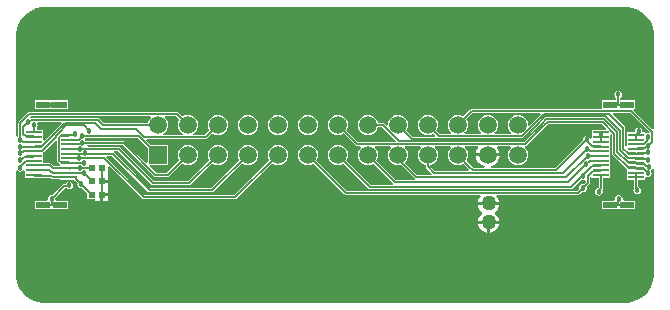
<source format=gtl>
G04*
G04 #@! TF.GenerationSoftware,Altium Limited,Altium Designer,21.6.1 (37)*
G04*
G04 Layer_Physical_Order=1*
G04 Layer_Color=255*
%FSLAX25Y25*%
%MOIN*%
G70*
G04*
G04 #@! TF.SameCoordinates,094AEC64-6FA2-4D50-AE7A-0E8442ED52D6*
G04*
G04*
G04 #@! TF.FilePolarity,Positive*
G04*
G01*
G75*
%ADD13R,0.04724X0.01968*%
%ADD14R,0.05315X0.00984*%
%ADD15R,0.02362X0.02165*%
%ADD21C,0.00500*%
%ADD22C,0.01000*%
%ADD23R,0.05906X0.05906*%
%ADD24C,0.05906*%
%ADD25C,0.01800*%
%ADD26C,0.05000*%
G36*
X296151Y127688D02*
X297940Y127012D01*
X299557Y125991D01*
X300937Y124667D01*
X302025Y123093D01*
X302775Y121334D01*
X303158Y119460D01*
Y118504D01*
Y87463D01*
X302658Y87256D01*
X296325Y93588D01*
X296533Y94088D01*
X296857D01*
Y96857D01*
X292001D01*
Y97784D01*
X292207Y97921D01*
X292494Y98351D01*
X292595Y98858D01*
X292494Y99366D01*
X292207Y99796D01*
X291777Y100083D01*
X291270Y100184D01*
X290763Y100083D01*
X290333Y99796D01*
X290045Y99366D01*
X289944Y98858D01*
X290045Y98351D01*
X290333Y97921D01*
X290676Y97692D01*
Y96857D01*
X285821D01*
X285821Y94088D01*
X285346Y94026D01*
X242419D01*
X242165Y93976D01*
X241950Y93832D01*
X239656Y91538D01*
X239486Y91669D01*
X238670Y92007D01*
X237795Y92122D01*
X236920Y92007D01*
X236104Y91669D01*
X235404Y91131D01*
X234867Y90431D01*
X234529Y89615D01*
X234414Y88740D01*
X234529Y87865D01*
X234867Y87049D01*
X235404Y86349D01*
X235591Y86206D01*
X235421Y85706D01*
X231767D01*
X230593Y86879D01*
X230724Y87049D01*
X231062Y87865D01*
X231177Y88740D01*
X231062Y89615D01*
X230724Y90431D01*
X230187Y91131D01*
X229486Y91669D01*
X228671Y92007D01*
X227795Y92122D01*
X226920Y92007D01*
X226104Y91669D01*
X225404Y91131D01*
X224867Y90431D01*
X224529Y89615D01*
X224414Y88740D01*
X224529Y87865D01*
X224867Y87049D01*
X225404Y86349D01*
X226104Y85812D01*
X226920Y85474D01*
X227795Y85359D01*
X228671Y85474D01*
X229486Y85812D01*
X229656Y85942D01*
X230331Y85268D01*
X230139Y84806D01*
X222667D01*
X220593Y86879D01*
X220724Y87049D01*
X221062Y87865D01*
X221177Y88740D01*
X221062Y89615D01*
X220724Y90431D01*
X220186Y91131D01*
X219486Y91669D01*
X218671Y92007D01*
X217795Y92122D01*
X216920Y92007D01*
X216104Y91669D01*
X215404Y91131D01*
X214867Y90431D01*
X214529Y89615D01*
X214414Y88740D01*
X214424Y88661D01*
X213950Y88427D01*
X213169Y89209D01*
X212954Y89352D01*
X212700Y89403D01*
X211090D01*
X211062Y89615D01*
X210724Y90431D01*
X210187Y91131D01*
X209486Y91669D01*
X208670Y92007D01*
X207795Y92122D01*
X206920Y92007D01*
X206104Y91669D01*
X205404Y91131D01*
X204867Y90431D01*
X204529Y89615D01*
X204414Y88740D01*
X204529Y87865D01*
X204867Y87049D01*
X205404Y86349D01*
X206104Y85812D01*
X206920Y85474D01*
X207795Y85359D01*
X208670Y85474D01*
X209486Y85812D01*
X210187Y86349D01*
X210724Y87049D01*
X211062Y87865D01*
X211090Y88077D01*
X212426D01*
X217036Y83468D01*
X216844Y83006D01*
X204467D01*
X200593Y86879D01*
X200724Y87049D01*
X201062Y87865D01*
X201177Y88740D01*
X201062Y89615D01*
X200724Y90431D01*
X200186Y91131D01*
X199486Y91669D01*
X198670Y92007D01*
X197795Y92122D01*
X196920Y92007D01*
X196104Y91669D01*
X195404Y91131D01*
X194867Y90431D01*
X194529Y89615D01*
X194414Y88740D01*
X194529Y87865D01*
X194867Y87049D01*
X195404Y86349D01*
X196104Y85812D01*
X196920Y85474D01*
X197795Y85359D01*
X198670Y85474D01*
X199486Y85812D01*
X199656Y85942D01*
X203724Y81874D01*
X203939Y81731D01*
X204192Y81680D01*
X205298D01*
X205468Y81180D01*
X205404Y81131D01*
X204867Y80431D01*
X204529Y79615D01*
X204414Y78740D01*
X204529Y77865D01*
X204867Y77049D01*
X205404Y76349D01*
X206104Y75811D01*
X206920Y75474D01*
X207795Y75358D01*
X208670Y75474D01*
X209486Y75811D01*
X209656Y75942D01*
X216325Y69273D01*
X216288Y69041D01*
X216145Y68773D01*
X208700D01*
X200593Y76879D01*
X200724Y77049D01*
X201062Y77865D01*
X201177Y78740D01*
X201062Y79615D01*
X200724Y80431D01*
X200186Y81131D01*
X199486Y81669D01*
X198670Y82007D01*
X197795Y82122D01*
X196920Y82007D01*
X196104Y81669D01*
X195404Y81131D01*
X194867Y80431D01*
X194529Y79615D01*
X194414Y78740D01*
X194529Y77865D01*
X194867Y77049D01*
X195404Y76349D01*
X196104Y75811D01*
X196920Y75474D01*
X197795Y75358D01*
X198670Y75474D01*
X199486Y75811D01*
X199656Y75942D01*
X207957Y67642D01*
X208172Y67498D01*
X208425Y67448D01*
X275590D01*
X275844Y67498D01*
X276059Y67642D01*
X278916Y70499D01*
X279020Y70429D01*
X279528Y70328D01*
X279999Y70422D01*
X280051Y70419D01*
X280499Y70138D01*
Y69625D01*
X279851Y68978D01*
X279528Y69042D01*
X279020Y68941D01*
X278590Y68654D01*
X278303Y68224D01*
X278202Y67716D01*
X278267Y67393D01*
X277678Y66804D01*
X200668D01*
X190593Y76879D01*
X190724Y77049D01*
X191062Y77865D01*
X191177Y78740D01*
X191062Y79615D01*
X190724Y80431D01*
X190187Y81131D01*
X189486Y81669D01*
X188671Y82007D01*
X187795Y82122D01*
X186920Y82007D01*
X186104Y81669D01*
X185404Y81131D01*
X184867Y80431D01*
X184529Y79615D01*
X184414Y78740D01*
X184529Y77865D01*
X184867Y77049D01*
X185404Y76349D01*
X186104Y75811D01*
X186920Y75474D01*
X187795Y75358D01*
X188671Y75474D01*
X189486Y75811D01*
X189656Y75942D01*
X199925Y65673D01*
X200140Y65529D01*
X200394Y65479D01*
X245277D01*
X245446Y64979D01*
X244974Y64363D01*
X244622Y63512D01*
X244567Y63098D01*
X251496D01*
X251441Y63512D01*
X251089Y64363D01*
X250617Y64979D01*
X250786Y65479D01*
X277953D01*
X278206Y65529D01*
X278421Y65673D01*
X279204Y66456D01*
X279528Y66391D01*
X280035Y66492D01*
X280465Y66779D01*
X280752Y67209D01*
X280853Y67716D01*
X280789Y68040D01*
X281630Y68882D01*
X281774Y69097D01*
X281824Y69350D01*
Y71216D01*
X281974Y71326D01*
X282474Y71175D01*
Y71175D01*
X284869D01*
Y68311D01*
X284744Y67826D01*
X284237Y67725D01*
X283807Y67438D01*
X283519Y67008D01*
X283418Y66501D01*
X283519Y65994D01*
X283807Y65564D01*
X284237Y65276D01*
X284744Y65175D01*
X285251Y65276D01*
X285681Y65564D01*
X285968Y65994D01*
X286069Y66501D01*
X285968Y67008D01*
X285916Y67087D01*
X286000Y67172D01*
X286144Y67387D01*
X286194Y67640D01*
Y71175D01*
X288589D01*
Y75899D01*
Y80624D01*
Y85503D01*
X289067Y85714D01*
X289344Y85492D01*
Y79035D01*
X289394Y78781D01*
X289538Y78566D01*
X293941Y74163D01*
X294088Y74065D01*
Y70348D01*
X296483D01*
Y67455D01*
X296440Y67390D01*
X296339Y66883D01*
X296440Y66376D01*
X296727Y65946D01*
X297157Y65659D01*
X297665Y65558D01*
X298172Y65659D01*
X298602Y65946D01*
X298889Y66376D01*
X298990Y66883D01*
X298889Y67390D01*
X298602Y67820D01*
X298172Y68108D01*
X297808Y68180D01*
Y70348D01*
X300203D01*
Y71035D01*
X300703Y71301D01*
X301116Y71219D01*
X301623Y71320D01*
X302053Y71607D01*
X302341Y72037D01*
X302441Y72544D01*
X302341Y73051D01*
X302274Y73151D01*
X302105Y73528D01*
X302401Y73792D01*
X302512Y73866D01*
X302658Y74084D01*
X303158Y73932D01*
Y39378D01*
X303150Y39370D01*
X303189Y38415D01*
X302885Y36526D01*
X302208Y34737D01*
X301188Y33120D01*
X299864Y31740D01*
X298290Y30652D01*
X296531Y29902D01*
X294657Y29519D01*
X100402D01*
X100394Y29528D01*
X99438Y29488D01*
X97550Y29792D01*
X95761Y30469D01*
X94144Y31490D01*
X92763Y32813D01*
X91676Y34387D01*
X90926Y36146D01*
X90543Y38020D01*
Y38976D01*
X90551Y38985D01*
Y73428D01*
X91051Y73580D01*
X91063Y73563D01*
X91493Y73275D01*
X92000Y73175D01*
X92507Y73275D01*
X92937Y73563D01*
X92998Y73653D01*
X93498Y73501D01*
Y71175D01*
X99613D01*
Y71177D01*
X102023D01*
X102428Y70771D01*
X102643Y70628D01*
X102897Y70577D01*
X105112D01*
Y70348D01*
X108169D01*
X108219Y69848D01*
X107776Y69760D01*
X107346Y69473D01*
X107102Y69107D01*
X106633D01*
X106380Y69057D01*
X106165Y68913D01*
X102686Y65434D01*
X102362Y65499D01*
X101855Y65398D01*
X101425Y65110D01*
X101138Y64680D01*
X101037Y64173D01*
X101093Y63892D01*
X100765Y63392D01*
X96844D01*
Y60624D01*
X107880D01*
Y63392D01*
X103959D01*
X103632Y63892D01*
X103688Y64173D01*
X103623Y64497D01*
X106778Y67652D01*
X107337Y67611D01*
X107346Y67598D01*
X107776Y67311D01*
X108283Y67210D01*
X108791Y67311D01*
X109221Y67598D01*
X109508Y68028D01*
X109609Y68535D01*
X109508Y69043D01*
X109221Y69473D01*
X108791Y69760D01*
X108348Y69848D01*
X108397Y70348D01*
X109998D01*
X110108Y70183D01*
X111027Y69264D01*
X110963Y68940D01*
X111064Y68433D01*
X111351Y68003D01*
X111781Y67715D01*
X112288Y67615D01*
X112612Y67679D01*
X113531Y66760D01*
X113531Y66760D01*
X114246Y66045D01*
Y64017D01*
X116992D01*
Y63417D01*
X118673D01*
Y65500D01*
X119173D01*
Y66000D01*
X121354D01*
Y67583D01*
X121354D01*
Y67917D01*
X121354D01*
Y69500D01*
X119173D01*
Y70500D01*
X121354D01*
Y72083D01*
X121354D01*
Y72417D01*
X121354D01*
Y74693D01*
X121816Y74884D01*
X132602Y64098D01*
X132817Y63955D01*
X133071Y63904D01*
X163622D01*
X163876Y63955D01*
X164091Y64098D01*
X175934Y75942D01*
X176104Y75811D01*
X176920Y75474D01*
X177795Y75358D01*
X178671Y75474D01*
X179486Y75811D01*
X180186Y76349D01*
X180724Y77049D01*
X181062Y77865D01*
X181177Y78740D01*
X181062Y79615D01*
X180724Y80431D01*
X180186Y81131D01*
X179486Y81669D01*
X178671Y82007D01*
X177795Y82122D01*
X176920Y82007D01*
X176104Y81669D01*
X175404Y81131D01*
X174867Y80431D01*
X174529Y79615D01*
X174414Y78740D01*
X174529Y77865D01*
X174867Y77049D01*
X174997Y76879D01*
X163347Y65230D01*
X133345D01*
X120624Y77951D01*
X120831Y78451D01*
X122580D01*
X134571Y66461D01*
X134786Y66317D01*
X135039Y66266D01*
X155984D01*
X156238Y66317D01*
X156453Y66461D01*
X165934Y75942D01*
X166104Y75811D01*
X166920Y75474D01*
X167795Y75358D01*
X168670Y75474D01*
X169486Y75811D01*
X170186Y76349D01*
X170724Y77049D01*
X171062Y77865D01*
X171177Y78740D01*
X171062Y79615D01*
X170724Y80431D01*
X170186Y81131D01*
X169486Y81669D01*
X168670Y82007D01*
X167795Y82122D01*
X166920Y82007D01*
X166104Y81669D01*
X165404Y81131D01*
X164867Y80431D01*
X164529Y79615D01*
X164414Y78740D01*
X164529Y77865D01*
X164867Y77049D01*
X164997Y76879D01*
X155710Y67592D01*
X135314D01*
X123323Y79583D01*
X123221Y79651D01*
X123343Y80151D01*
X124424D01*
X135752Y68823D01*
X135967Y68679D01*
X136221Y68629D01*
X148346D01*
X148600Y68679D01*
X148815Y68823D01*
X155934Y75942D01*
X156104Y75811D01*
X156920Y75474D01*
X157795Y75358D01*
X158670Y75474D01*
X159486Y75811D01*
X160187Y76349D01*
X160724Y77049D01*
X161062Y77865D01*
X161177Y78740D01*
X161062Y79615D01*
X160724Y80431D01*
X160187Y81131D01*
X159486Y81669D01*
X158670Y82007D01*
X157795Y82122D01*
X156920Y82007D01*
X156104Y81669D01*
X155404Y81131D01*
X154867Y80431D01*
X154529Y79615D01*
X154414Y78740D01*
X154529Y77865D01*
X154867Y77049D01*
X154997Y76879D01*
X148072Y69954D01*
X136495D01*
X125167Y81282D01*
X124952Y81426D01*
X124698Y81476D01*
X114491D01*
X114208Y81976D01*
X114234Y82020D01*
X126098D01*
X136539Y71579D01*
X136754Y71435D01*
X137008Y71385D01*
X141102D01*
X141356Y71435D01*
X141571Y71579D01*
X145934Y75942D01*
X146104Y75811D01*
X146920Y75474D01*
X147795Y75358D01*
X148670Y75474D01*
X149486Y75811D01*
X150187Y76349D01*
X150724Y77049D01*
X151062Y77865D01*
X151177Y78740D01*
X151062Y79615D01*
X150724Y80431D01*
X150187Y81131D01*
X149486Y81669D01*
X148670Y82007D01*
X147795Y82122D01*
X146920Y82007D01*
X146104Y81669D01*
X145404Y81131D01*
X144867Y80431D01*
X144529Y79615D01*
X144414Y78740D01*
X144529Y77865D01*
X144867Y77049D01*
X144997Y76879D01*
X140828Y72710D01*
X137282D01*
X135067Y74926D01*
X135258Y75387D01*
X141148D01*
Y82093D01*
X135380D01*
X133952Y83521D01*
X134143Y83983D01*
X153701D01*
X153954Y84033D01*
X154169Y84177D01*
X155934Y85942D01*
X156104Y85812D01*
X156920Y85474D01*
X157795Y85359D01*
X158670Y85474D01*
X159486Y85812D01*
X160187Y86349D01*
X160724Y87049D01*
X161062Y87865D01*
X161177Y88740D01*
X161062Y89615D01*
X160724Y90431D01*
X160187Y91131D01*
X159486Y91669D01*
X158670Y92007D01*
X157795Y92122D01*
X156920Y92007D01*
X156104Y91669D01*
X155404Y91131D01*
X154867Y90431D01*
X154529Y89615D01*
X154414Y88740D01*
X154529Y87865D01*
X154867Y87049D01*
X154997Y86879D01*
X153426Y85308D01*
X149578D01*
X149478Y85808D01*
X149486Y85812D01*
X150187Y86349D01*
X150724Y87049D01*
X151062Y87865D01*
X151177Y88740D01*
X151062Y89615D01*
X150724Y90431D01*
X150187Y91131D01*
X149486Y91669D01*
X148670Y92007D01*
X147795Y92122D01*
X146920Y92007D01*
X146104Y91669D01*
X145934Y91538D01*
X144661Y92812D01*
X144446Y92955D01*
X144193Y93006D01*
X94875D01*
X94622Y92955D01*
X94407Y92812D01*
X91531Y89936D01*
X91388Y89721D01*
X91337Y89468D01*
Y84983D01*
X91051Y84774D01*
X90551Y84978D01*
Y118110D01*
X90511Y119066D01*
X90816Y120954D01*
X91492Y122743D01*
X92513Y124360D01*
X93837Y125741D01*
X95411Y126828D01*
X97170Y127578D01*
X99044Y127961D01*
X293299D01*
X293307Y127953D01*
X294263Y127993D01*
X296151Y127688D01*
D02*
G37*
G36*
X135468Y91180D02*
X135404Y91131D01*
X134867Y90431D01*
X134529Y89615D01*
X134501Y89403D01*
X119909D01*
X118461Y90851D01*
X118246Y90995D01*
X117992Y91045D01*
X95486D01*
X95373Y91177D01*
X95224Y91514D01*
X95361Y91680D01*
X135298D01*
X135468Y91180D01*
D02*
G37*
G36*
X265436Y92239D02*
X262337Y89139D01*
X262305Y89092D01*
X261640Y88427D01*
X261167Y88661D01*
X261177Y88740D01*
X261062Y89615D01*
X260724Y90431D01*
X260187Y91131D01*
X259486Y91669D01*
X258670Y92007D01*
X257795Y92122D01*
X256920Y92007D01*
X256104Y91669D01*
X255404Y91131D01*
X254867Y90431D01*
X254529Y89615D01*
X254414Y88740D01*
X254529Y87865D01*
X254867Y87049D01*
X255404Y86349D01*
X255591Y86206D01*
X255421Y85706D01*
X250169D01*
X250000Y86206D01*
X250186Y86349D01*
X250724Y87049D01*
X251062Y87865D01*
X251177Y88740D01*
X251062Y89615D01*
X250724Y90431D01*
X250186Y91131D01*
X249486Y91669D01*
X248671Y92007D01*
X247795Y92122D01*
X246920Y92007D01*
X246104Y91669D01*
X245404Y91131D01*
X244867Y90431D01*
X244529Y89615D01*
X244414Y88740D01*
X244529Y87865D01*
X244867Y87049D01*
X245404Y86349D01*
X245591Y86206D01*
X245421Y85706D01*
X240170D01*
X240000Y86206D01*
X240187Y86349D01*
X240724Y87049D01*
X241062Y87865D01*
X241177Y88740D01*
X241062Y89615D01*
X240724Y90431D01*
X240593Y90601D01*
X242693Y92701D01*
X265245D01*
X265436Y92239D01*
D02*
G37*
G36*
X287309Y87594D02*
X287118Y87132D01*
X285660D01*
X285531Y87158D01*
X285403Y87132D01*
X282474D01*
Y84210D01*
X281974Y84161D01*
X281933Y84365D01*
X281646Y84795D01*
X281216Y85083D01*
X280709Y85184D01*
X280201Y85083D01*
X279771Y84795D01*
X279484Y84365D01*
X279383Y83858D01*
X279448Y83534D01*
X270310Y74397D01*
X248899D01*
X248827Y74889D01*
X249789Y75287D01*
X250614Y75921D01*
X251248Y76747D01*
X251646Y77708D01*
X251716Y78240D01*
X243874D01*
X243944Y77708D01*
X244343Y76747D01*
X244976Y75921D01*
X245802Y75287D01*
X246763Y74889D01*
X246691Y74397D01*
X242974D01*
X242049Y75323D01*
X242049Y75323D01*
X240550Y76822D01*
X240724Y77049D01*
X241062Y77865D01*
X241177Y78740D01*
X241062Y79615D01*
X240724Y80431D01*
X240187Y81131D01*
X240123Y81180D01*
X240293Y81680D01*
X244439D01*
X244685Y81180D01*
X244343Y80734D01*
X243944Y79772D01*
X243874Y79240D01*
X251716D01*
X251646Y79772D01*
X251248Y80734D01*
X250905Y81180D01*
X251152Y81680D01*
X255298D01*
X255468Y81180D01*
X255404Y81131D01*
X254867Y80431D01*
X254529Y79615D01*
X254414Y78740D01*
X254529Y77865D01*
X254867Y77049D01*
X255404Y76349D01*
X256104Y75811D01*
X256920Y75474D01*
X257795Y75358D01*
X258670Y75474D01*
X259486Y75811D01*
X260187Y76349D01*
X260724Y77049D01*
X261062Y77865D01*
X261177Y78740D01*
X261062Y79615D01*
X260724Y80431D01*
X260187Y81131D01*
X260123Y81180D01*
X260293Y81680D01*
X260312D01*
X260565Y81731D01*
X260780Y81874D01*
X267079Y88174D01*
X267111Y88221D01*
X267991Y89101D01*
X285802D01*
X287309Y87594D01*
D02*
G37*
G36*
X301747Y86292D02*
X301459Y85875D01*
X301456Y85874D01*
X301069Y85952D01*
X300703Y85879D01*
X300203Y86166D01*
Y86305D01*
X299610D01*
X299357Y86614D01*
X299256Y87121D01*
X298969Y87551D01*
X298539Y87839D01*
X298031Y87940D01*
X297524Y87839D01*
X297094Y87551D01*
X296807Y87121D01*
X296706Y86614D01*
X296453Y86305D01*
X294088D01*
Y81856D01*
X293588Y81589D01*
X293576Y81597D01*
Y87795D01*
X293526Y88049D01*
X293382Y88264D01*
X289407Y92239D01*
X289598Y92701D01*
X295338D01*
X301747Y86292D01*
D02*
G37*
G36*
X144997Y90601D02*
X144867Y90431D01*
X144529Y89615D01*
X144414Y88740D01*
X144529Y87865D01*
X144867Y87049D01*
X145404Y86349D01*
X146104Y85812D01*
X146112Y85808D01*
X146013Y85308D01*
X139578D01*
X139479Y85808D01*
X139486Y85812D01*
X140187Y86349D01*
X140724Y87049D01*
X141062Y87865D01*
X141177Y88740D01*
X141062Y89615D01*
X140724Y90431D01*
X140187Y91131D01*
X140123Y91180D01*
X140293Y91680D01*
X143918D01*
X144997Y90601D01*
D02*
G37*
G36*
X105735Y89258D02*
X102626Y86149D01*
X102482Y85934D01*
X102470Y85874D01*
X100075Y83478D01*
X99613Y83670D01*
Y87132D01*
X97526D01*
X97374Y87632D01*
X97394Y87645D01*
X97681Y88075D01*
X97782Y88583D01*
X97681Y89090D01*
X97594Y89220D01*
X97862Y89720D01*
X105544D01*
X105735Y89258D01*
D02*
G37*
G36*
X134442Y81156D02*
Y76203D01*
X133981Y76012D01*
X126841Y83151D01*
X126626Y83295D01*
X126373Y83345D01*
X113907D01*
X113546Y83769D01*
X113562Y84215D01*
X113670Y84377D01*
X131222D01*
X134442Y81156D01*
D02*
G37*
G36*
X104199Y83500D02*
Y76778D01*
X104250Y76524D01*
X104393Y76309D01*
X104964Y75738D01*
X105112Y75640D01*
Y75052D01*
X103046D01*
X102413Y75685D01*
X102199Y75829D01*
X101945Y75879D01*
X99613D01*
Y79616D01*
X99760Y79715D01*
X103737Y83692D01*
X104199Y83500D01*
D02*
G37*
G36*
X235468Y81180D02*
X235404Y81131D01*
X234867Y80431D01*
X234529Y79615D01*
X234414Y78740D01*
X234529Y77865D01*
X234867Y77049D01*
X235404Y76349D01*
X236104Y75811D01*
X236920Y75474D01*
X237795Y75358D01*
X238670Y75474D01*
X239486Y75811D01*
X239599Y75898D01*
X241112Y74386D01*
X241112Y74386D01*
X241538Y73959D01*
X241347Y73497D01*
X230095D01*
X228628Y74964D01*
X228648Y75201D01*
X228758Y75510D01*
X229486Y75811D01*
X230187Y76349D01*
X230724Y77049D01*
X231062Y77865D01*
X231177Y78740D01*
X231062Y79615D01*
X230724Y80431D01*
X230187Y81131D01*
X230123Y81180D01*
X230293Y81680D01*
X235298D01*
X235468Y81180D01*
D02*
G37*
G36*
X225468D02*
X225404Y81131D01*
X224867Y80431D01*
X224529Y79615D01*
X224414Y78740D01*
X224529Y77865D01*
X224867Y77049D01*
X225404Y76349D01*
X226104Y75811D01*
X226920Y75474D01*
X227133Y75446D01*
Y74860D01*
X227183Y74606D01*
X227327Y74391D01*
X229295Y72423D01*
X229258Y72190D01*
X229116Y71923D01*
X224290D01*
X220167Y76046D01*
X220186Y76349D01*
X220724Y77049D01*
X221062Y77865D01*
X221177Y78740D01*
X221062Y79615D01*
X220724Y80431D01*
X220186Y81131D01*
X220123Y81180D01*
X220293Y81680D01*
X225298D01*
X225468Y81180D01*
D02*
G37*
G36*
X215468D02*
X215404Y81131D01*
X214867Y80431D01*
X214529Y79615D01*
X214414Y78740D01*
X214529Y77865D01*
X214867Y77049D01*
X215404Y76349D01*
X216104Y75811D01*
X216920Y75474D01*
X217795Y75358D01*
X218671Y75474D01*
X218808Y75531D01*
X223491Y70848D01*
X223453Y70615D01*
X223311Y70348D01*
X217125D01*
X210593Y76879D01*
X210724Y77049D01*
X211062Y77865D01*
X211177Y78740D01*
X211062Y79615D01*
X210724Y80431D01*
X210187Y81131D01*
X210123Y81180D01*
X210293Y81680D01*
X215298D01*
X215468Y81180D01*
D02*
G37*
%LPC*%
G36*
X107880Y96857D02*
X96844D01*
Y94088D01*
X107880D01*
Y96857D01*
D02*
G37*
G36*
X187795Y92122D02*
X186920Y92007D01*
X186104Y91669D01*
X185404Y91131D01*
X184867Y90431D01*
X184529Y89615D01*
X184414Y88740D01*
X184529Y87865D01*
X184867Y87049D01*
X185404Y86349D01*
X186104Y85812D01*
X186920Y85474D01*
X187795Y85359D01*
X188671Y85474D01*
X189486Y85812D01*
X190187Y86349D01*
X190724Y87049D01*
X191062Y87865D01*
X191177Y88740D01*
X191062Y89615D01*
X190724Y90431D01*
X190187Y91131D01*
X189486Y91669D01*
X188671Y92007D01*
X187795Y92122D01*
D02*
G37*
G36*
X177795D02*
X176920Y92007D01*
X176104Y91669D01*
X175404Y91131D01*
X174867Y90431D01*
X174529Y89615D01*
X174414Y88740D01*
X174529Y87865D01*
X174867Y87049D01*
X175404Y86349D01*
X176104Y85812D01*
X176920Y85474D01*
X177795Y85359D01*
X178671Y85474D01*
X179486Y85812D01*
X180186Y86349D01*
X180724Y87049D01*
X181062Y87865D01*
X181177Y88740D01*
X181062Y89615D01*
X180724Y90431D01*
X180186Y91131D01*
X179486Y91669D01*
X178671Y92007D01*
X177795Y92122D01*
D02*
G37*
G36*
X167795D02*
X166920Y92007D01*
X166104Y91669D01*
X165404Y91131D01*
X164867Y90431D01*
X164529Y89615D01*
X164414Y88740D01*
X164529Y87865D01*
X164867Y87049D01*
X165404Y86349D01*
X166104Y85812D01*
X166920Y85474D01*
X167795Y85359D01*
X168670Y85474D01*
X169486Y85812D01*
X170186Y86349D01*
X170724Y87049D01*
X171062Y87865D01*
X171177Y88740D01*
X171062Y89615D01*
X170724Y90431D01*
X170186Y91131D01*
X169486Y91669D01*
X168670Y92007D01*
X167795Y92122D01*
D02*
G37*
G36*
X121354Y65000D02*
X119673D01*
Y63417D01*
X121354D01*
Y65000D01*
D02*
G37*
G36*
X291395Y65342D02*
X290888Y65241D01*
X290458Y64953D01*
X290171Y64523D01*
X290070Y64016D01*
X290094Y63892D01*
X289693Y63392D01*
X285821D01*
Y60624D01*
X296857D01*
Y63392D01*
X293097D01*
X292696Y63892D01*
X292721Y64016D01*
X292620Y64523D01*
X292333Y64953D01*
X291903Y65241D01*
X291395Y65342D01*
D02*
G37*
G36*
X251496Y62098D02*
X244567D01*
X244622Y61685D01*
X244974Y60833D01*
X245535Y60102D01*
X245983Y59759D01*
Y59139D01*
X245535Y58795D01*
X244974Y58064D01*
X244622Y57213D01*
X244567Y56799D01*
X251496D01*
X251441Y57213D01*
X251089Y58064D01*
X250528Y58795D01*
X250080Y59139D01*
Y59759D01*
X250528Y60102D01*
X251089Y60833D01*
X251441Y61685D01*
X251496Y62098D01*
D02*
G37*
G36*
Y55799D02*
X248532D01*
Y52835D01*
X248945Y52889D01*
X249797Y53242D01*
X250528Y53803D01*
X251089Y54534D01*
X251441Y55386D01*
X251496Y55799D01*
D02*
G37*
G36*
X247532D02*
X244567D01*
X244622Y55386D01*
X244974Y54534D01*
X245535Y53803D01*
X246266Y53242D01*
X247118Y52889D01*
X247532Y52835D01*
Y55799D01*
D02*
G37*
%LPD*%
D13*
X288583Y62008D02*
D03*
Y95472D02*
D03*
X294094Y62008D02*
D03*
Y95472D02*
D03*
X99606Y62008D02*
D03*
Y95472D02*
D03*
X105118Y62008D02*
D03*
Y95472D02*
D03*
D14*
X297146Y71240D02*
D03*
Y72815D02*
D03*
Y74390D02*
D03*
Y75965D02*
D03*
Y77539D02*
D03*
Y79114D02*
D03*
Y80689D02*
D03*
Y82264D02*
D03*
Y83839D02*
D03*
Y85413D02*
D03*
X285531Y72067D02*
D03*
Y73642D02*
D03*
Y75217D02*
D03*
Y76791D02*
D03*
Y78366D02*
D03*
Y79941D02*
D03*
Y81516D02*
D03*
Y83091D02*
D03*
Y84665D02*
D03*
Y86240D02*
D03*
X108169Y71240D02*
D03*
Y72815D02*
D03*
Y74390D02*
D03*
Y75965D02*
D03*
Y77539D02*
D03*
Y79114D02*
D03*
Y80689D02*
D03*
Y82264D02*
D03*
Y83839D02*
D03*
Y85413D02*
D03*
X96555Y72067D02*
D03*
Y73642D02*
D03*
Y75217D02*
D03*
Y76791D02*
D03*
Y78366D02*
D03*
Y79941D02*
D03*
Y81516D02*
D03*
Y83091D02*
D03*
Y84665D02*
D03*
Y86240D02*
D03*
D15*
X115827Y74500D02*
D03*
X119173D02*
D03*
X115827Y65500D02*
D03*
X119173D02*
D03*
X115827Y70000D02*
D03*
X119173D02*
D03*
D21*
X299882Y74148D02*
X300867Y73162D01*
Y72793D02*
Y73162D01*
X296903Y74632D02*
X297388Y74148D01*
X300867Y72793D02*
X301116Y72544D01*
X301326Y75052D02*
X301575Y74803D01*
X300573Y75052D02*
X301326D01*
X300994Y77352D02*
X301181Y77165D01*
X297333Y77352D02*
X300994D01*
X299902Y75722D02*
X300573Y75052D01*
X297388Y75722D02*
X299902D01*
X297146Y67402D02*
Y71240D01*
X297388Y74148D02*
X299882D01*
X297146Y67402D02*
X297665Y66883D01*
X296903Y77781D02*
X297333Y77352D01*
X300932Y79336D02*
X301154Y79558D01*
X297269Y78991D02*
X297614Y79336D01*
X300932D01*
X301106Y81890D02*
X301181D01*
X297388Y80931D02*
X300147D01*
X301319Y81839D02*
X302619Y83139D01*
X297146Y80689D02*
X297388Y80931D01*
X301319Y81751D02*
Y81839D01*
X302619Y83139D02*
Y86357D01*
X300147Y80931D02*
X301106Y81890D01*
X295613Y93364D02*
X302619Y86357D01*
X300820Y84377D02*
X301069Y84626D01*
X299882Y82506D02*
X300820Y83444D01*
Y84377D01*
X297388Y82506D02*
X299882D01*
X296903Y76207D02*
X297388Y75722D01*
X106633Y68445D02*
X108193D01*
X102362Y64173D02*
X106633Y68445D01*
X108193D02*
X108283Y68535D01*
X105433Y76207D02*
X107927D01*
X104862Y76778D02*
X105433Y76207D01*
X104862Y76778D02*
Y84600D01*
X107927Y85171D02*
X108169Y85413D01*
X105433Y85171D02*
X107927D01*
X104862Y85964D02*
Y86175D01*
X99291Y80183D02*
X103962Y84854D01*
Y85064D02*
X104862Y85964D01*
Y84600D02*
X105433Y85171D01*
X96797Y80183D02*
X99291D01*
X107927Y76207D02*
X108169Y75965D01*
X103962Y84854D02*
Y85064D01*
X96457Y86339D02*
X96555Y86240D01*
X96457Y86339D02*
Y88583D01*
X95431Y90383D02*
X117992D01*
X92000Y89468D02*
X94875Y92343D01*
X94812Y89764D02*
X95431Y90383D01*
X94488Y89764D02*
X94812D01*
X92900Y88176D02*
X94488Y89764D01*
X107270Y88583D02*
X113145D01*
X104862Y86175D02*
X107270Y88583D01*
X96797Y81758D02*
X99291D01*
X103094Y85561D02*
Y85680D01*
X117992Y90383D02*
X119634Y88740D01*
X106897Y89483D02*
X116875D01*
X118956Y87402D01*
X103094Y85680D02*
X106897Y89483D01*
X99291Y81758D02*
X103094Y85561D01*
X113145Y88583D02*
X114877Y86850D01*
X96555Y79941D02*
X96797Y80183D01*
X96501Y81461D02*
X96797Y81758D01*
X130407Y87402D02*
X133163Y84646D01*
X118956Y87402D02*
X130407D01*
X297146Y85377D02*
X298031Y86262D01*
X297146Y71240D02*
Y72815D01*
X291339Y62008D02*
X294094D01*
X288583D02*
X291339D01*
Y63959D02*
X291395Y64016D01*
X291339Y62008D02*
Y63959D01*
X284744Y66853D02*
X285531Y67640D01*
X284744Y66501D02*
Y66853D01*
X285531Y67640D02*
Y72067D01*
X266611Y88658D02*
X267717Y89764D01*
X266611Y88642D02*
Y88658D01*
X260312Y82343D02*
X266611Y88642D01*
X217795Y88740D02*
X222393Y84143D01*
X259566D02*
X263705Y88282D01*
X259939Y83243D02*
X265711Y89015D01*
X204192Y82343D02*
X260312D01*
X227795Y88740D02*
X231492Y85043D01*
X218197Y83243D02*
X259939D01*
X259193Y85043D02*
X262805Y88655D01*
X197795Y88740D02*
X204192Y82343D01*
X231492Y85043D02*
X259193D01*
X222393Y84143D02*
X259566D01*
X212700Y88740D02*
X218197Y83243D01*
X267717Y89764D02*
X286077D01*
X290007Y85834D01*
X286450Y90664D02*
X290907Y86207D01*
X262805Y88671D02*
X266598Y92464D01*
X286822Y91564D02*
X291807Y86579D01*
X237795Y88740D02*
X242419Y93364D01*
X262805Y88655D02*
Y88671D01*
X294409Y74632D02*
X296903D01*
X266598Y92464D02*
X288245D01*
X290007Y79035D02*
Y85834D01*
Y79035D02*
X294409Y74632D01*
X265711Y89015D02*
Y89031D01*
X288245Y92464D02*
X292913Y87795D01*
X266971Y91564D02*
X286822D01*
X290907Y79710D02*
X294409Y76207D01*
X267344Y90664D02*
X286450D01*
X263705Y88282D02*
Y88298D01*
X291807Y80384D02*
X294409Y77781D01*
X291807Y80384D02*
Y86579D01*
X263705Y88298D02*
X266971Y91564D01*
X290907Y79710D02*
Y86207D01*
X242419Y93364D02*
X295613D01*
X265711Y89031D02*
X267344Y90664D01*
X292913Y80852D02*
Y87795D01*
X296903Y79356D02*
X297269Y78991D01*
X294409Y76207D02*
X296903D01*
X294409Y79356D02*
X296903D01*
X292913Y80852D02*
X294409Y79356D01*
X207795Y88740D02*
X212700D01*
X294409Y77781D02*
X296903D01*
X297146Y82264D02*
X297388Y82506D01*
X298031Y86262D02*
Y86614D01*
X297146Y83839D02*
Y85377D01*
X187795Y78740D02*
X200394Y66142D01*
X277953D02*
X279528Y67716D01*
X200394Y66142D02*
X277953D01*
X281161Y71766D02*
X282795Y73400D01*
X281161Y69350D02*
Y71766D01*
X279528Y67716D02*
X281161Y69350D01*
X285289Y73400D02*
X285531Y73642D01*
X282795Y73400D02*
X285289D01*
X279134Y71653D02*
X282455Y74974D01*
X275590Y68110D02*
X279134Y71653D01*
X279528D01*
X274673Y69685D02*
X280575Y75588D01*
X282455Y74974D02*
X285289D01*
X208425Y68110D02*
X275590D01*
X285289Y74974D02*
X285531Y75217D01*
X197795Y78740D02*
X208425Y68110D01*
X207795Y78740D02*
X216850Y69685D01*
X274673D01*
X274016Y71260D02*
X281102Y78347D01*
X224016Y71260D02*
X274016D01*
X281102Y78347D02*
X281112Y78356D01*
X280575Y75588D02*
X281779Y76791D01*
X285531D01*
X217795Y77480D02*
Y78740D01*
Y77480D02*
X224016Y71260D01*
X229820Y72835D02*
X272835D01*
X227795Y74860D02*
X229820Y72835D01*
X280709Y80709D02*
X281060D01*
X227795Y74860D02*
Y78740D01*
X272835Y72835D02*
X280709Y80709D01*
X285522Y78356D02*
X285531Y78366D01*
X281112Y78356D02*
X285522D01*
X270585Y73735D02*
X280533Y83682D01*
X237795Y78639D02*
Y78740D01*
X241581Y74854D02*
Y74854D01*
X237795Y78639D02*
X241581Y74854D01*
X280533Y83682D02*
X280709Y83858D01*
X241581Y74854D02*
X242700Y73735D01*
X270585D01*
X281828Y79941D02*
X285531D01*
X281060Y80709D02*
X281828Y79941D01*
X282457Y81758D02*
X285289D01*
X280709Y83507D02*
X282457Y81758D01*
X280709Y83507D02*
Y83858D01*
X285289Y81758D02*
X285531Y81516D01*
Y84665D02*
Y86240D01*
Y83091D02*
Y84665D01*
X291339Y95472D02*
X294094D01*
X288583D02*
X291339D01*
X291270Y98858D02*
X291339Y98790D01*
Y95472D02*
Y98790D01*
X112391Y82477D02*
X112604Y82690D01*
X133163Y84646D02*
X153701D01*
X157795Y88740D01*
X94875Y92343D02*
X144193D01*
X147795Y88740D01*
X92000Y83700D02*
Y89468D01*
X92900Y85826D02*
X93819Y84908D01*
X92900Y85826D02*
Y88176D01*
X119634Y88740D02*
X137795D01*
X124698Y80813D02*
X136221Y69291D01*
X108169Y82264D02*
X108382Y82477D01*
X111721Y77714D02*
X119924D01*
X108187Y79132D02*
X113254D01*
X108169Y79114D02*
X108187Y79132D01*
X113254D02*
X113386Y79264D01*
X119924Y77714D02*
X133071Y64567D01*
X108382Y82477D02*
X112391D01*
X108173Y80686D02*
X111701D01*
X111713Y80677D02*
X111850Y80813D01*
X111546Y77539D02*
X111721Y77714D01*
X111701Y80686D02*
X111704Y80682D01*
X108169Y80689D02*
X108173Y80686D01*
X111850Y80813D02*
X124698D01*
X163622Y64567D02*
X177795Y78740D01*
X133071Y64567D02*
X163622D01*
X135039Y66929D02*
X155984D01*
X167795Y78740D01*
X148346Y69291D02*
X157795Y78740D01*
X136221Y69291D02*
X148346D01*
X113386Y79114D02*
X122854D01*
X135039Y66929D01*
X137008Y72047D02*
X141102D01*
X147795Y78740D01*
X126373Y82683D02*
X137008Y72047D01*
X112601Y82683D02*
X126373D01*
X131496Y85039D02*
X137795Y78740D01*
X112598Y85039D02*
X131496D01*
X102362Y62008D02*
X105118D01*
X99606D02*
X102362D01*
Y64173D01*
X108169Y77539D02*
X111546D01*
X111704Y75965D02*
X111729Y75989D01*
X113083Y76016D02*
X113244Y76177D01*
X113248D01*
X112188Y75989D02*
X112649Y76450D01*
X113083Y76016D01*
X111729Y75989D02*
X112188D01*
X113262Y76163D02*
X113263Y76164D01*
X113248Y76177D02*
X113262Y76163D01*
X111379Y83820D02*
X112598Y85039D01*
X108188Y83820D02*
X111379D01*
X108169Y83839D02*
X108188Y83820D01*
X102362Y95472D02*
X105118D01*
X99606D02*
X102362D01*
X106004Y85413D02*
X108169D01*
X91989Y81461D02*
X96501D01*
X92352Y83700D02*
X92961Y83091D01*
X91935Y81407D02*
X91989Y81461D01*
X92000Y83700D02*
X92352D01*
X92961Y83091D02*
X96555D01*
X92352Y79200D02*
X93122Y79971D01*
X92000Y79200D02*
X92352D01*
X93122Y79971D02*
X96526D01*
X93209Y78124D02*
X96313D01*
X96555Y78366D01*
X92000Y77000D02*
X92085D01*
X93209Y78124D01*
X93819Y84908D02*
X96313D01*
X96526Y79971D02*
X96555Y79941D01*
X92000Y74730D02*
X93819Y76549D01*
X92000Y74500D02*
Y74730D01*
X93819Y76549D02*
X96313D01*
Y84908D02*
X96555Y84665D01*
X96313Y76549D02*
X96555Y76791D01*
X111951Y74398D02*
X115724D01*
X108177D02*
X111951D01*
X108299Y72685D02*
X113023D01*
X108169Y72815D02*
X108299Y72685D01*
X108169Y75965D02*
X111704D01*
X113023Y72685D02*
X113153Y72555D01*
X113114Y72614D02*
X115728Y70000D01*
X110577Y70652D02*
X114000Y67228D01*
X108169Y71240D02*
X110335D01*
X102897D02*
X108169D01*
X119173Y70000D02*
Y74500D01*
Y65500D02*
Y70000D01*
X110335Y71240D02*
X110577Y70998D01*
Y70652D02*
Y70998D01*
X114000Y67228D02*
Y67228D01*
X115728Y65500D02*
X115827D01*
X114000Y67228D02*
X115728Y65500D01*
X102192Y72990D02*
X102773D01*
X96555Y73642D02*
X101540D01*
X96555Y75217D02*
X101945D01*
X102772Y74390D02*
X108169D01*
X96555Y72067D02*
X96782Y71840D01*
X101945Y75217D02*
X102772Y74390D01*
X102297Y71840D02*
X102897Y71240D01*
X102773Y72990D02*
X102948Y72815D01*
X101540Y73642D02*
X102192Y72990D01*
X96782Y71840D02*
X102297D01*
X102948Y72815D02*
X108169D01*
D22*
Y74390D02*
X108177Y74398D01*
X115728Y70000D02*
X115827D01*
X115724Y74398D02*
X115827Y74500D01*
D23*
X137795Y78740D02*
D03*
D24*
Y88740D02*
D03*
X147795Y78740D02*
D03*
Y88740D02*
D03*
X157795Y78740D02*
D03*
Y88740D02*
D03*
X167795Y78740D02*
D03*
Y88740D02*
D03*
X177795Y78740D02*
D03*
Y88740D02*
D03*
X187795Y78740D02*
D03*
Y88740D02*
D03*
X197795Y78740D02*
D03*
Y88740D02*
D03*
X207795Y78740D02*
D03*
Y88740D02*
D03*
X217795Y78740D02*
D03*
Y88740D02*
D03*
X227795Y78740D02*
D03*
Y88740D02*
D03*
X237795Y78740D02*
D03*
Y88740D02*
D03*
X247795Y78740D02*
D03*
Y88740D02*
D03*
X257795Y78740D02*
D03*
Y88740D02*
D03*
D25*
X301116Y72544D02*
D03*
X301181Y77165D02*
D03*
X301575Y74803D02*
D03*
X297665Y66883D02*
D03*
X301154Y79558D02*
D03*
X301319Y81751D02*
D03*
X301069Y84626D02*
D03*
X108283Y68535D02*
D03*
X110079Y85631D02*
D03*
X96457Y88583D02*
D03*
X94488Y89764D02*
D03*
X291395Y64016D02*
D03*
X284744Y66501D02*
D03*
X285531Y85832D02*
D03*
X298031Y86614D02*
D03*
X279528Y67716D02*
D03*
Y71653D02*
D03*
X280575Y75588D02*
D03*
X281102Y78347D02*
D03*
X280709Y80709D02*
D03*
Y83858D02*
D03*
X291270Y98858D02*
D03*
X112451Y84892D02*
D03*
X114877Y86850D02*
D03*
X112604Y82690D02*
D03*
X102362Y95472D02*
D03*
X113386Y79264D02*
D03*
X111704Y80682D02*
D03*
X102362Y64173D02*
D03*
X111546Y77539D02*
D03*
X113263Y76164D02*
D03*
X91935Y81407D02*
D03*
X92000Y83700D02*
D03*
Y79200D02*
D03*
Y77000D02*
D03*
Y74500D02*
D03*
X111951Y74398D02*
D03*
X113153Y72555D02*
D03*
X112288Y68940D02*
D03*
D26*
X248031Y62598D02*
D03*
Y56299D02*
D03*
M02*

</source>
